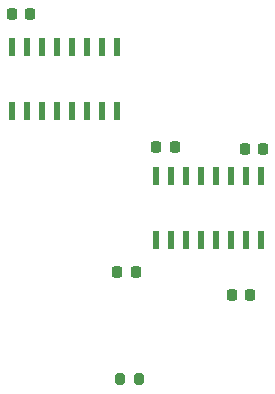
<source format=gbr>
%TF.GenerationSoftware,KiCad,Pcbnew,(6.0.0)*%
%TF.CreationDate,2022-02-14T22:10:37-06:00*%
%TF.ProjectId,MA710_encoder,4d413731-305f-4656-9e63-6f6465722e6b,rev?*%
%TF.SameCoordinates,Original*%
%TF.FileFunction,Paste,Top*%
%TF.FilePolarity,Positive*%
%FSLAX46Y46*%
G04 Gerber Fmt 4.6, Leading zero omitted, Abs format (unit mm)*
G04 Created by KiCad (PCBNEW (6.0.0)) date 2022-02-14 22:10:37*
%MOMM*%
%LPD*%
G01*
G04 APERTURE LIST*
G04 Aperture macros list*
%AMRoundRect*
0 Rectangle with rounded corners*
0 $1 Rounding radius*
0 $2 $3 $4 $5 $6 $7 $8 $9 X,Y pos of 4 corners*
0 Add a 4 corners polygon primitive as box body*
4,1,4,$2,$3,$4,$5,$6,$7,$8,$9,$2,$3,0*
0 Add four circle primitives for the rounded corners*
1,1,$1+$1,$2,$3*
1,1,$1+$1,$4,$5*
1,1,$1+$1,$6,$7*
1,1,$1+$1,$8,$9*
0 Add four rect primitives between the rounded corners*
20,1,$1+$1,$2,$3,$4,$5,0*
20,1,$1+$1,$4,$5,$6,$7,0*
20,1,$1+$1,$6,$7,$8,$9,0*
20,1,$1+$1,$8,$9,$2,$3,0*%
G04 Aperture macros list end*
%ADD10RoundRect,0.218750X-0.218750X-0.256250X0.218750X-0.256250X0.218750X0.256250X-0.218750X0.256250X0*%
%ADD11R,0.600000X1.500000*%
%ADD12RoundRect,0.218750X0.218750X0.256250X-0.218750X0.256250X-0.218750X-0.256250X0.218750X-0.256250X0*%
%ADD13RoundRect,0.200000X-0.200000X-0.275000X0.200000X-0.275000X0.200000X0.275000X-0.200000X0.275000X0*%
G04 APERTURE END LIST*
D10*
%TO.C,C2*%
X160096000Y-99949000D03*
X161671000Y-99949000D03*
%TD*%
%TO.C,C3*%
X172351500Y-111188500D03*
X173926500Y-111188500D03*
%TD*%
%TO.C,R1*%
X169037000Y-121729500D03*
X170612000Y-121729500D03*
%TD*%
D11*
%TO.C,U9*%
X160083500Y-108110000D03*
X161353500Y-108110000D03*
X162623500Y-108110000D03*
X163893500Y-108110000D03*
X165163500Y-108110000D03*
X166433500Y-108110000D03*
X167703500Y-108110000D03*
X168973500Y-108110000D03*
X168973500Y-102710000D03*
X167703500Y-102710000D03*
X166433500Y-102710000D03*
X165163500Y-102710000D03*
X163893500Y-102710000D03*
X162623500Y-102710000D03*
X161353500Y-102710000D03*
X160083500Y-102710000D03*
%TD*%
%TO.C,U14*%
X172339000Y-119032000D03*
X173609000Y-119032000D03*
X174879000Y-119032000D03*
X176149000Y-119032000D03*
X177419000Y-119032000D03*
X178689000Y-119032000D03*
X179959000Y-119032000D03*
X181229000Y-119032000D03*
X181229000Y-113632000D03*
X179959000Y-113632000D03*
X178689000Y-113632000D03*
X177419000Y-113632000D03*
X176149000Y-113632000D03*
X174879000Y-113632000D03*
X173609000Y-113632000D03*
X172339000Y-113632000D03*
%TD*%
D12*
%TO.C,R3*%
X181381500Y-111315500D03*
X179806500Y-111315500D03*
%TD*%
%TO.C,R2*%
X180302000Y-123698000D03*
X178727000Y-123698000D03*
%TD*%
D13*
%TO.C,R4*%
X169228000Y-130810000D03*
X170878000Y-130810000D03*
%TD*%
M02*

</source>
